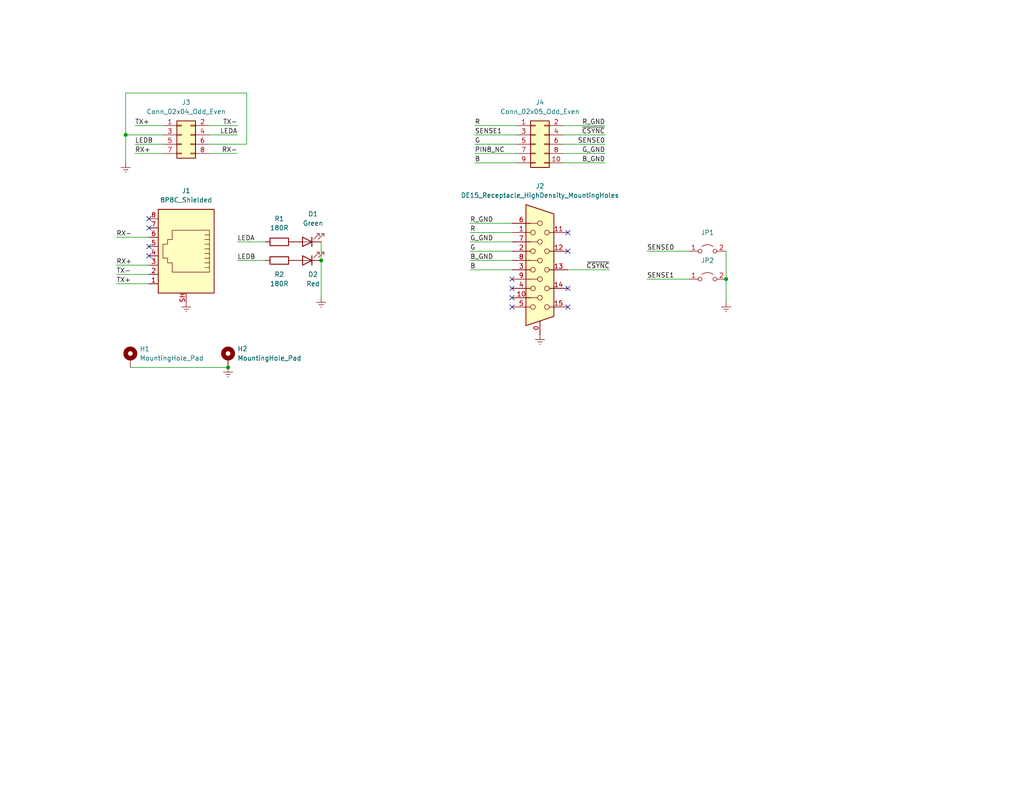
<source format=kicad_sch>
(kicad_sch (version 20230121) (generator eeschema)
  (paper "USLetter")
  (title_block (title "Breakout board for SEthernet-series PDS Ethernet cards") (date "2024-01-27") (rev "1"))
  (lib_symbols
    (symbol "Connector:8P8C_Shielded" (pin_names (offset 1.016))
      (property "Reference" "J" (at -5.08 13.97 0))
      (property "Value" "8P8C_Shielded" (at 2.54 13.97 0))
      (symbol "8P8C_Shielded_0_1"
        (polyline (pts (xy -5.08 4.445) (xy -6.35 4.445)))
        (polyline (pts (xy -5.08 5.715) (xy -6.35 5.715)))
        (polyline (pts (xy -6.35 -3.175) (xy -5.08 -3.175) (xy -5.08 -3.175)))
        (polyline (pts (xy -6.35 -1.905) (xy -5.08 -1.905) (xy -5.08 -1.905)))
        (polyline (pts (xy -6.35 -0.635) (xy -5.08 -0.635) (xy -5.08 -0.635)))
        (polyline (pts (xy -6.35 0.635) (xy -5.08 0.635) (xy -5.08 0.635)))
        (polyline (pts (xy -6.35 1.905) (xy -5.08 1.905) (xy -5.08 1.905)))
        (polyline (pts (xy -5.08 3.175) (xy -6.35 3.175) (xy -6.35 3.175)))
        (polyline (pts (xy -6.35 -4.445) (xy -6.35 6.985) (xy 3.81 6.985) (xy 3.81 4.445) (xy 5.08 4.445) (xy 5.08 3.175) (xy 6.35 3.175) (xy 6.35 -0.635) (xy 5.08 -0.635) (xy 5.08 -1.905) (xy 3.81 -1.905) (xy 3.81 -4.445) (xy -6.35 -4.445) (xy -6.35 -4.445)))
        (rectangle (start 7.62 12.7) (end -7.62 -10.16) (stroke (width 0.254)) (fill (type background)))
      )
      (symbol "8P8C_Shielded_1_1"
        (pin passive line (at 10.16 -7.62 180) (length 2.54) (name "~") (number "1"))
        (pin passive line (at 10.16 -5.08 180) (length 2.54) (name "~") (number "2"))
        (pin passive line (at 10.16 -2.54 180) (length 2.54) (name "~") (number "3"))
        (pin passive line (at 10.16 0 180) (length 2.54) (name "~") (number "4"))
        (pin passive line (at 10.16 2.54 180) (length 2.54) (name "~") (number "5"))
        (pin passive line (at 10.16 5.08 180) (length 2.54) (name "~") (number "6"))
        (pin passive line (at 10.16 7.62 180) (length 2.54) (name "~") (number "7"))
        (pin passive line (at 10.16 10.16 180) (length 2.54) (name "~") (number "8"))
        (pin passive line (at 0 -12.7 90) (length 2.54) (name "~") (number "SH"))
      )
    )
    (symbol "Connector:DE15_Receptacle_HighDensity_MountingHoles" (pin_names (offset 1.016) hide)
      (property "Reference" "J" (at 0 21.59 0))
      (property "Value" "DE15_Receptacle_HighDensity_MountingHoles" (at 0 19.05 0))
      (symbol "DE15_Receptacle_HighDensity_MountingHoles_0_1"
        (circle (center -1.905 -10.16) (radius 0.635))
        (circle (center -1.905 -5.08) (radius 0.635))
        (circle (center -1.905 0) (radius 0.635))
        (circle (center -1.905 5.08) (radius 0.635))
        (circle (center -1.905 10.16) (radius 0.635))
        (circle (center 0 -7.62) (radius 0.635))
        (circle (center 0 -2.54) (radius 0.635))
        (polyline (pts (xy -3.175 7.62) (xy -0.635 7.62)))
        (polyline (pts (xy -0.635 -7.62) (xy -3.175 -7.62)))
        (polyline (pts (xy -0.635 -2.54) (xy -3.175 -2.54)))
        (polyline (pts (xy -0.635 2.54) (xy -3.175 2.54)))
        (polyline (pts (xy -0.635 12.7) (xy -3.175 12.7)))
        (polyline (pts (xy -3.81 17.78) (xy -3.81 -15.24) (xy 3.81 -12.7) (xy 3.81 15.24) (xy -3.81 17.78)) (stroke (width 0.254)) (fill (type background)))
        (circle (center 0 2.54) (radius 0.635))
        (circle (center 0 7.62) (radius 0.635))
        (circle (center 0 12.7) (radius 0.635))
        (circle (center 1.905 -10.16) (radius 0.635))
        (circle (center 1.905 -5.08) (radius 0.635))
        (circle (center 1.905 0) (radius 0.635))
        (circle (center 1.905 5.08) (radius 0.635))
        (circle (center 1.905 10.16) (radius 0.635))
      )
      (symbol "DE15_Receptacle_HighDensity_MountingHoles_1_1"
        (pin passive line (at 0 -17.78 90) (length 3.81) (name "~") (number "0"))
        (pin passive line (at -7.62 10.16 0) (length 5.08) (name "~") (number "1"))
        (pin passive line (at -7.62 -7.62 0) (length 5.08) (name "~") (number "10"))
        (pin passive line (at 7.62 10.16 180) (length 5.08) (name "~") (number "11"))
        (pin passive line (at 7.62 5.08 180) (length 5.08) (name "~") (number "12"))
        (pin passive line (at 7.62 0 180) (length 5.08) (name "~") (number "13"))
        (pin passive line (at 7.62 -5.08 180) (length 5.08) (name "~") (number "14"))
        (pin passive line (at 7.62 -10.16 180) (length 5.08) (name "~") (number "15"))
        (pin passive line (at -7.62 5.08 0) (length 5.08) (name "~") (number "2"))
        (pin passive line (at -7.62 0 0) (length 5.08) (name "~") (number "3"))
        (pin passive line (at -7.62 -5.08 0) (length 5.08) (name "~") (number "4"))
        (pin passive line (at -7.62 -10.16 0) (length 5.08) (name "~") (number "5"))
        (pin passive line (at -7.62 12.7 0) (length 5.08) (name "~") (number "6"))
        (pin passive line (at -7.62 7.62 0) (length 5.08) (name "~") (number "7"))
        (pin passive line (at -7.62 2.54 0) (length 5.08) (name "~") (number "8"))
        (pin passive line (at -7.62 -2.54 0) (length 5.08) (name "~") (number "9"))
      )
    )
    (symbol "Connector_Generic:Conn_02x04_Odd_Even" (pin_names (offset 1.016) hide)
      (property "Reference" "J" (at 1.27 5.08 0))
      (property "Value" "Conn_02x04_Odd_Even" (at 1.27 -7.62 0))
      (symbol "Conn_02x04_Odd_Even_1_1"
        (rectangle (start -1.27 -4.953) (end 0 -5.207) (stroke (width 0.1524)))
        (rectangle (start -1.27 -2.413) (end 0 -2.667) (stroke (width 0.1524)))
        (rectangle (start -1.27 0.127) (end 0 -0.127) (stroke (width 0.1524)))
        (rectangle (start -1.27 2.667) (end 0 2.413) (stroke (width 0.1524)))
        (rectangle (start -1.27 3.81) (end 3.81 -6.35) (stroke (width 0.254)) (fill (type background)))
        (rectangle (start 3.81 -4.953) (end 2.54 -5.207) (stroke (width 0.1524)))
        (rectangle (start 3.81 -2.413) (end 2.54 -2.667) (stroke (width 0.1524)))
        (rectangle (start 3.81 0.127) (end 2.54 -0.127) (stroke (width 0.1524)))
        (rectangle (start 3.81 2.667) (end 2.54 2.413) (stroke (width 0.1524)))
        (pin passive line (at -5.08 2.54 0) (length 3.81) (name "Pin_1") (number "1"))
        (pin passive line (at 7.62 2.54 180) (length 3.81) (name "Pin_2") (number "2"))
        (pin passive line (at -5.08 0 0) (length 3.81) (name "Pin_3") (number "3"))
        (pin passive line (at 7.62 0 180) (length 3.81) (name "Pin_4") (number "4"))
        (pin passive line (at -5.08 -2.54 0) (length 3.81) (name "Pin_5") (number "5"))
        (pin passive line (at 7.62 -2.54 180) (length 3.81) (name "Pin_6") (number "6"))
        (pin passive line (at -5.08 -5.08 0) (length 3.81) (name "Pin_7") (number "7"))
        (pin passive line (at 7.62 -5.08 180) (length 3.81) (name "Pin_8") (number "8"))
      )
    )
    (symbol "Connector_Generic:Conn_02x05_Odd_Even" (pin_names (offset 1.016) hide)
      (property "Reference" "J" (at 1.27 7.62 0))
      (property "Value" "Conn_02x05_Odd_Even" (at 1.27 -7.62 0))
      (symbol "Conn_02x05_Odd_Even_1_1"
        (rectangle (start -1.27 -4.953) (end 0 -5.207) (stroke (width 0.1524)))
        (rectangle (start -1.27 -2.413) (end 0 -2.667) (stroke (width 0.1524)))
        (rectangle (start -1.27 0.127) (end 0 -0.127) (stroke (width 0.1524)))
        (rectangle (start -1.27 2.667) (end 0 2.413) (stroke (width 0.1524)))
        (rectangle (start -1.27 5.207) (end 0 4.953) (stroke (width 0.1524)))
        (rectangle (start -1.27 6.35) (end 3.81 -6.35) (stroke (width 0.254)) (fill (type background)))
        (rectangle (start 3.81 -4.953) (end 2.54 -5.207) (stroke (width 0.1524)))
        (rectangle (start 3.81 -2.413) (end 2.54 -2.667) (stroke (width 0.1524)))
        (rectangle (start 3.81 0.127) (end 2.54 -0.127) (stroke (width 0.1524)))
        (rectangle (start 3.81 2.667) (end 2.54 2.413) (stroke (width 0.1524)))
        (rectangle (start 3.81 5.207) (end 2.54 4.953) (stroke (width 0.1524)))
        (pin passive line (at -5.08 5.08 0) (length 3.81) (name "Pin_1") (number "1"))
        (pin passive line (at 7.62 -5.08 180) (length 3.81) (name "Pin_10") (number "10"))
        (pin passive line (at 7.62 5.08 180) (length 3.81) (name "Pin_2") (number "2"))
        (pin passive line (at -5.08 2.54 0) (length 3.81) (name "Pin_3") (number "3"))
        (pin passive line (at 7.62 2.54 180) (length 3.81) (name "Pin_4") (number "4"))
        (pin passive line (at -5.08 0 0) (length 3.81) (name "Pin_5") (number "5"))
        (pin passive line (at 7.62 0 180) (length 3.81) (name "Pin_6") (number "6"))
        (pin passive line (at -5.08 -2.54 0) (length 3.81) (name "Pin_7") (number "7"))
        (pin passive line (at 7.62 -2.54 180) (length 3.81) (name "Pin_8") (number "8"))
        (pin passive line (at -5.08 -5.08 0) (length 3.81) (name "Pin_9") (number "9"))
      )
    )
    (symbol "Device:LED" (pin_numbers hide) (pin_names (offset 1.016) hide)
      (property "Reference" "D" (at 0 2.54 0))
      (property "Value" "LED" (at 0 -2.54 0))
      (symbol "LED_0_1"
        (polyline (pts (xy -1.27 -1.27) (xy -1.27 1.27)) (stroke (width 0.254)))
        (polyline (pts (xy -1.27 0) (xy 1.27 0)))
        (polyline (pts (xy 1.27 -1.27) (xy 1.27 1.27) (xy -1.27 0) (xy 1.27 -1.27)) (stroke (width 0.254)))
        (polyline (pts (xy -3.048 -0.762) (xy -4.572 -2.286) (xy -3.81 -2.286) (xy -4.572 -2.286) (xy -4.572 -1.524)))
        (polyline (pts (xy -1.778 -0.762) (xy -3.302 -2.286) (xy -2.54 -2.286) (xy -3.302 -2.286) (xy -3.302 -1.524)))
      )
      (symbol "LED_1_1"
        (pin passive line (at -3.81 0 0) (length 2.54) (name "K") (number "1"))
        (pin passive line (at 3.81 0 180) (length 2.54) (name "A") (number "2"))
      )
    )
    (symbol "Device:R" (pin_numbers hide) (pin_names (offset 0))
      (property "Reference" "R" (at 2.032 0 90))
      (property "Value" "R" (at 0 0 90))
      (symbol "R_0_1"
        (rectangle (start -1.016 -2.54) (end 1.016 2.54) (stroke (width 0.254)))
      )
      (symbol "R_1_1"
        (pin passive line (at 0 3.81 270) (length 1.27) (name "~") (number "1"))
        (pin passive line (at 0 -3.81 90) (length 1.27) (name "~") (number "2"))
      )
    )
    (symbol "Jumper:Jumper_2_Open" (pin_names (offset 0) hide)
      (property "Reference" "JP" (at 0 2.794 0))
      (property "Value" "Jumper_2_Open" (at 0 -2.286 0))
      (symbol "Jumper_2_Open_0_0"
        (circle (center -2.032 0) (radius 0.508))
        (circle (center 2.032 0) (radius 0.508))
      )
      (symbol "Jumper_2_Open_0_1"
        (arc (start 1.524 1.27) (mid 0 1.778) (end -1.524 1.27))
      )
      (symbol "Jumper_2_Open_1_1"
        (pin passive line (at -5.08 0 0) (length 2.54) (name "A") (number "1"))
        (pin passive line (at 5.08 0 180) (length 2.54) (name "B") (number "2"))
      )
    )
    (symbol "Mechanical:MountingHole_Pad" (pin_numbers hide) (pin_names (offset 1.016) hide)
      (property "Reference" "H" (at 0 6.35 0))
      (property "Value" "MountingHole_Pad" (at 0 4.445 0))
      (symbol "MountingHole_Pad_0_1"
        (circle (center 0 1.27) (radius 1.27) (stroke (width 1.27)))
      )
      (symbol "MountingHole_Pad_1_1"
        (pin input line (at 0 -2.54 90) (length 2.54) (name "1") (number "1"))
      )
    )
    (symbol "power:Earth" (power) (pin_names (offset 0))
      (symbol "Earth_0_1"
        (polyline (pts (xy -0.635 -1.905) (xy 0.635 -1.905)))
        (polyline (pts (xy -0.127 -2.54) (xy 0.127 -2.54)))
        (polyline (pts (xy 0 -1.27) (xy 0 0)))
        (polyline (pts (xy 1.27 -1.27) (xy -1.27 -1.27)))
      )
      (symbol "Earth_1_1"
        (pin power_in line (at 0 0 270) (length 0) hide (name "Earth") (number "1"))
      )
    )
  )
  (junction (at 87.63 71.12))
  (junction (at 198.12 76.2))
  (junction (at 62.23 100.33))
  (junction (at 34.29 36.83))
  (no_connect (at 154.94 78.74))
  (no_connect (at 139.7 78.74))
  (no_connect (at 139.7 81.28))
  (no_connect (at 40.64 59.69))
  (no_connect (at 154.94 83.82))
  (no_connect (at 139.7 76.2))
  (no_connect (at 154.94 63.5))
  (no_connect (at 40.64 62.23))
  (no_connect (at 154.94 68.58))
  (no_connect (at 139.7 83.82))
  (no_connect (at 40.64 67.31))
  (no_connect (at 40.64 69.85))
  (wire (pts (xy 35.56 100.33) (xy 62.23 100.33)))
  (wire (pts (xy 64.77 71.12) (xy 72.39 71.12)))
  (wire (pts (xy 34.29 25.4) (xy 67.31 25.4)))
  (wire (pts (xy 31.75 74.93) (xy 40.64 74.93)))
  (wire (pts (xy 128.27 73.66) (xy 139.7 73.66)))
  (wire (pts (xy 129.54 44.45) (xy 140.97 44.45)))
  (wire (pts (xy 36.83 41.91) (xy 44.45 41.91)))
  (wire (pts (xy 140.97 34.29) (xy 129.54 34.29)))
  (wire (pts (xy 67.31 25.4) (xy 67.31 39.37)))
  (wire (pts (xy 187.96 76.2) (xy 176.53 76.2)))
  (wire (pts (xy 31.75 64.77) (xy 40.64 64.77)))
  (wire (pts (xy 139.7 66.04) (xy 128.27 66.04)))
  (wire (pts (xy 64.77 66.04) (xy 72.39 66.04)))
  (wire (pts (xy 139.7 63.5) (xy 128.27 63.5)))
  (wire (pts (xy 129.54 39.37) (xy 140.97 39.37)))
  (wire (pts (xy 44.45 36.83) (xy 34.29 36.83)))
  (wire (pts (xy 57.15 41.91) (xy 64.77 41.91)))
  (wire (pts (xy 198.12 76.2) (xy 198.12 82.55)))
  (wire (pts (xy 57.15 36.83) (xy 64.77 36.83)))
  (wire (pts (xy 153.67 39.37) (xy 165.1 39.37)))
  (wire (pts (xy 87.63 66.04) (xy 87.63 71.12)))
  (wire (pts (xy 129.54 36.83) (xy 140.97 36.83)))
  (wire (pts (xy 87.63 71.12) (xy 87.63 81.28)))
  (wire (pts (xy 129.54 41.91) (xy 140.97 41.91)))
  (wire (pts (xy 128.27 68.58) (xy 139.7 68.58)))
  (wire (pts (xy 40.64 72.39) (xy 31.75 72.39)))
  (wire (pts (xy 34.29 36.83) (xy 34.29 25.4)))
  (wire (pts (xy 153.67 44.45) (xy 165.1 44.45)))
  (wire (pts (xy 128.27 71.12) (xy 139.7 71.12)))
  (wire (pts (xy 36.83 39.37) (xy 44.45 39.37)))
  (wire (pts (xy 153.67 36.83) (xy 165.1 36.83)))
  (wire (pts (xy 57.15 39.37) (xy 67.31 39.37)))
  (wire (pts (xy 34.29 36.83) (xy 34.29 44.45)))
  (wire (pts (xy 57.15 34.29) (xy 64.77 34.29)))
  (wire (pts (xy 44.45 34.29) (xy 36.83 34.29)))
  (wire (pts (xy 154.94 73.66) (xy 166.37 73.66)))
  (wire (pts (xy 40.64 77.47) (xy 31.75 77.47)))
  (wire (pts (xy 153.67 34.29) (xy 165.1 34.29)))
  (wire (pts (xy 153.67 41.91) (xy 165.1 41.91)))
  (wire (pts (xy 187.96 68.58) (xy 176.53 68.58)))
  (wire (pts (xy 198.12 68.58) (xy 198.12 76.2)))
  (wire (pts (xy 139.7 60.96) (xy 128.27 60.96)))
  (label "LEDB" (at 64.77 71.12 0))
  (label "R_GND" (at 128.27 60.96 0))
  (label "R" (at 128.27 63.5 0))
  (label "RX+" (at 36.83 41.91 0))
  (label "SENSE1" (at 176.53 76.2 0))
  (label "SENSE1" (at 129.54 36.83 0))
  (label "RX-" (at 31.75 64.77 0))
  (label "G" (at 128.27 68.58 0))
  (label "LEDA" (at 64.77 36.83 180))
  (label "SENSE0" (at 176.53 68.58 0))
  (label "TX+" (at 36.83 34.29 0))
  (label "RX+" (at 31.75 72.39 0))
  (label "LEDB" (at 36.83 39.37 0))
  (label "B_GND" (at 128.27 71.12 0))
  (label "PIN8_NC" (at 129.54 41.91 0))
  (label "B" (at 129.54 44.45 0))
  (label "TX-" (at 31.75 74.93 0))
  (label "TX+" (at 31.75 77.47 0))
  (label "B" (at 128.27 73.66 0))
  (label "~{CSYNC}" (at 166.37 73.66 180))
  (label "LEDA" (at 64.77 66.04 0))
  (label "G" (at 129.54 39.37 0))
  (label "B_GND" (at 165.1 44.45 180))
  (label "G_GND" (at 128.27 66.04 0))
  (label "G_GND" (at 165.1 41.91 180))
  (label "RX-" (at 64.77 41.91 180))
  (label "R" (at 129.54 34.29 0))
  (label "SENSE0" (at 165.1 39.37 180))
  (label "TX-" (at 64.77 34.29 180))
  (label "~{CSYNC}" (at 165.1 36.83 180))
  (label "R_GND" (at 165.1 34.29 180))
  (symbol (lib_id "Jumper:Jumper_2_Open") (at 193.04 76.2 0) (unit 1)
    (property "Reference" "JP2" (at 193.04 71.12 0))
    (property "Value" "Jumper_2_Bridged" (effects hide))
    (property "Footprint" "Connector_PinHeader_2.54mm:PinHeader_1x02_P2.54mm_Vertical" (effects hide))
  )
  (symbol (lib_id "power:Earth") (at 147.32 91.44 0) (unit 1)
    (property "Reference" "#PWR07" (effects hide))
    (property "Value" "Earth" (effects hide))
  )
  (symbol (lib_id "power:Earth") (at 62.23 100.33 0) (unit 1)
    (property "Reference" "#PWR01" (effects hide))
    (property "Value" "Earth" (effects hide))
  )
  (symbol (lib_id "Connector_Generic:Conn_02x04_Odd_Even") (at 49.53 36.83 0) (unit 1)
    (property "Reference" "J3" (at 50.8 27.94 0))
    (property "Value" "Conn_02x04_Odd_Even" (at 50.8 30.48 0))
    (property "Footprint" "Connector_IDC:IDC-Header_2x04_P2.54mm_Vertical" (effects hide))
    (property "Digikey" "302-S101" (effects hide))
  )
  (symbol (lib_id "power:Earth") (at 34.29 44.45 0) (unit 1)
    (property "Reference" "#PWR03" (effects hide))
    (property "Value" "Earth" (effects hide))
  )
  (symbol (lib_id "power:Earth") (at 87.63 81.28 0) (unit 1)
    (property "Reference" "#PWR05" (effects hide))
    (property "Value" "Earth" (effects hide))
  )
  (symbol (lib_id "Connector_Generic:Conn_02x05_Odd_Even") (at 146.05 39.37 0) (unit 1)
    (property "Reference" "J4" (at 147.32 27.94 0))
    (property "Value" "Conn_02x05_Odd_Even" (at 147.32 30.48 0))
    (property "Footprint" "Connector_IDC:IDC-Header_2x05_P2.54mm_Vertical" (effects hide))
    (property "Digikey" "302-S101" (effects hide))
  )
  (symbol (lib_id "Jumper:Jumper_2_Open") (at 193.04 68.58 0) (unit 1)
    (property "Reference" "JP1" (at 193.04 63.5 0))
    (property "Value" "Jumper_2_Bridged" (effects hide))
    (property "Footprint" "Connector_PinHeader_2.54mm:PinHeader_1x02_P2.54mm_Vertical" (effects hide))
  )
  (symbol (lib_id "Device:R") (at 76.2 71.12 270) (unit 1)
    (property "Reference" "R2" (at 76.2 74.93 90))
    (property "Value" "180R" (at 76.2 77.47 90))
    (property "Footprint" "Resistor_THT:R_Axial_DIN0204_L3.6mm_D1.6mm_P7.62mm_Horizontal" (effects hide))
    (property "Digikey" "CF18JT180R" (effects hide))
  )
  (symbol (lib_id "Device:LED") (at 83.82 71.12 180) (unit 1)
    (property "Reference" "D2" (at 85.4075 74.93 0))
    (property "Value" "Red" (at 85.4075 77.47 0))
    (property "Footprint" "LED_THT:LED_D3.0mm" (effects hide))
    (property "Digikey" "151031SS06000" (effects hide))
  )
  (symbol (lib_id "power:Earth") (at 50.8 82.55 0) (unit 1)
    (property "Reference" "#PWR06" (effects hide))
    (property "Value" "Earth" (effects hide))
  )
  (symbol (lib_id "Connector:DE15_Receptacle_HighDensity_MountingHoles") (at 147.32 73.66 0) (unit 1)
    (property "Reference" "J2" (at 147.32 50.8 0))
    (property "Value" "DE15_Receptacle_HighDensity_MountingHoles" (at 147.32 53.34 0))
    (property "Footprint" "Connector_Dsub:DSUB-15-HD_Female_Vertical_P2.29x1.98mm_MountingHoles" (effects hide))
    (property "Datasheet" " ~" (effects hide))
    (property "Digikey" "L77HDEH15SOL2RM832" (effects hide))
  )
  (symbol (lib_id "Device:R") (at 76.2 66.04 270) (unit 1)
    (property "Reference" "R1" (at 76.2 59.69 90))
    (property "Value" "180R" (at 76.2 62.23 90))
    (property "Footprint" "Resistor_THT:R_Axial_DIN0204_L3.6mm_D1.6mm_P7.62mm_Horizontal" (effects hide))
    (property "Digikey" "CF18JT180R" (effects hide))
  )
  (symbol (lib_id "Mechanical:MountingHole_Pad") (at 35.56 97.79 0) (unit 1)
    (property "Reference" "H1" (at 38.1 95.25 0) (effects (justify left)))
    (property "Value" "MountingHole_Pad" (at 38.1 97.79 0) (effects (justify left)))
    (property "Footprint" "PDS-Ethernet:MountingHole_3.5mm_Pad" (effects hide))
  )
  (symbol (lib_id "Mechanical:MountingHole_Pad") (at 62.23 97.79 0) (unit 1)
    (property "Reference" "H2" (at 64.77 95.25 0) (effects (justify left)))
    (property "Value" "MountingHole_Pad" (at 64.77 97.79 0) (effects (justify left)))
    (property "Footprint" "PDS-Ethernet:MountingHole_3.5mm_Pad" (effects hide))
  )
  (symbol (lib_id "Device:LED") (at 83.82 66.04 180) (unit 1)
    (property "Reference" "D1" (at 85.4075 58.42 0))
    (property "Value" "Green" (at 85.4075 60.96 0))
    (property "Footprint" "LED_THT:LED_D3.0mm" (effects hide))
    (property "Digikey" "151031VS06000" (effects hide))
  )
  (symbol (lib_id "power:Earth") (at 198.12 82.55 0) (unit 1)
    (property "Reference" "#PWR04" (effects hide))
    (property "Value" "Earth" (effects hide))
  )
  (symbol (lib_id "Connector:8P8C_Shielded") (at 50.8 69.85 0) (mirror y) (unit 1)
    (property "Reference" "J1" (at 50.8 52.07 0))
    (property "Value" "8P8C_Shielded" (at 50.8 54.61 0))
    (property "Footprint" "PDS-Ethernet:Kycon-GDTX-S-88_Vertical" (effects hide))
    (property "Digikey" "GDTX-S-88" (effects hide))
  )
)
</source>
